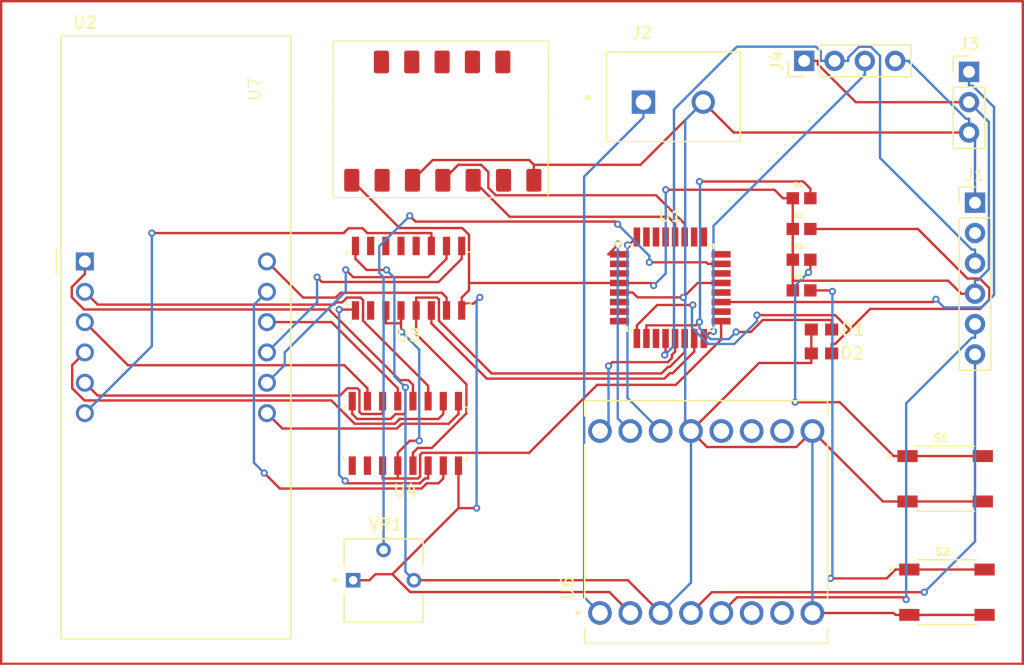
<source format=kicad_pcb>
(kicad_pcb (version 20241229) (generator "pcbnew") (generator_version "9.0")
  (layers (0 "F.Cu" signal) (2 "B.Cu" signal) (13 "F.Paste" user) (15 "B.Paste" user) (5 "F.SilkS" user "F.Silkscreen") (7 "B.SilkS" user "B.Silkscreen") (1 "F.Mask" user) (3 "B.Mask" user) (25 "Edge.Cuts" user))
  (net 0 "")
  (net 1 "Net-(U6-VM)")
  (net 2 "GND")
  (net 3 "PD3")
  (net 4 "PD2")
  (net 5 "Net-(U1-PD3)")
  (net 6 "Net-(U1-PB1)")
  (net 7 "SERPIN")
  (net 8 "VCC")
  (net 10 "Net-(U1-PD2)")
  (net 12 "PB0")
  (net 13 "Net-(U1-PD6)")
  (net 14 "SPICLK")
  (net 15 "PC0")
  (net 16 "Net-(U1-PD5)")
  (net 17 "SDA0")
  (net 21 "SPIDATA")
  (net 25 "SS")
  (net 26 "TRIG")
  (net 33 "SCL0")
  (net 35 "Net-(U2-d)")
  (net 36 "Net-(U2-CC2)")
  (net 37 "Net-(U2-b)")
  (net 38 "Net-(U2-e)")
  (net 39 "Net-(U2-c)")
  (net 40 "Net-(U2-g)")
  (net 41 "Net-(U2-CC4)")
  (net 42 "Net-(U2-CC3)")
  (net 43 "Net-(U2-CC1)")
  (net 44 "Net-(U2-a)")
  (net 45 "Net-(U2-DPX)")
  (net 46 "Net-(U2-f)")
  (net 50 "Net-(J1-Pin_5)")
  (net 53 "Net-(J1-Pin_6)")
  (net 63 "Net-(U3-Q7S)")
  (footprint "ROB-14450:MODULE_ROB-14450" (layer "F.Cu") (at 164 89.62 90)
    (property "Reference" "U6")
    (property "Value" "ROB-14450")
  )
  (footprint "RC0603JR-071KL:RESC1607X60N" (layer "F.Cu") (at 171.983 65.078)
    (property "Reference" "R2")
    (property "Value" "RC0603JR-071KL")
  )
  (footprint "BMI160:BMI160" (layer "F.Cu") (at 126.72 53.38 90)
    (property "Reference" "U7")
    (property "Value" "~")
  )
  (footprint "Connector_PinHeader_2.54mm:PinHeader_1x06_P2.54mm_Vertical" (layer "F.Cu") (at 186.5 62.88)
    (property "Reference" "J1")
    (property "Value" "Enc_Conn")
  )
  (footprint "digikey-footprints:SOIC-16_W3.90mm" (layer "F.Cu") (at 139.095 69.2 180)
    (property "Reference" "U3")
    (property "Value" "74HC595D_118")
  )
  (footprint "LTST-C193TGKT-5A:0603" (layer "F.Cu") (at 173.65 75.5)
    (property "Reference" "D2")
    (property "Value" "LTST-C193TGKT-5A")
  )
  (footprint "OSTTC020162:OST_OSTTC020162" (layer "F.Cu") (at 158.7525 54.45)
    (property "Reference" "J2")
    (property "Value" "OSTTC020162")
  )
  (footprint "Package_QFP:TQFP-32_7x7mm_P0.8mm" (layer "F.Cu") (at 161 70)
    (property "Reference" "U1")
    (property "Value" "ATmega328PB-A")
  )
  (footprint "Connector_PinHeader_2.54mm:PinHeader_1x03_P2.54mm_Vertical" (layer "F.Cu") (at 186 51.92)
    (property "Reference" "J3")
    (property "Value" "Servo_Conn")
  )
  (footprint "8-1437565-1:SW_8-1437565-1" (layer "F.Cu") (at 184 86)
    (property "Reference" "S1")
    (property "Value" "8-1437565-1")
  )
  (footprint "RC0603JR-071KL:RESC1607X60N" (layer "F.Cu") (at 171.983 62.506)
    (property "Reference" "R1")
    (property "Value" "RC0603JR-071KL")
  )
  (footprint "RC0603JR-071KL:RESC1607X60N" (layer "F.Cu") (at 171.983 67.65)
    (property "Reference" "R3")
    (property "Value" "RC0603JR-071KL")
  )
  (footprint "LTST-C193TGKT-5A:0603" (layer "F.Cu") (at 173.65 73.5)
    (property "Reference" "D1")
    (property "Value" "LTST-C193TGKT-5A")
  )
  (footprint "3362P-1-103LF:TRIM_3362P-1-103LF" (layer "F.Cu") (at 137 94.5)
    (property "Reference" "VR1")
    (property "Value" "3362P-1-103LF")
  )
  (footprint "Connector_PinHeader_2.54mm:PinHeader_1x04_P2.54mm_Vertical" (layer "F.Cu") (at 172.2 51 90)
    (property "Reference" "J4")
    (property "Value" "UR_Conn")
  )
  (footprint "8-1437565-1:SW_8-1437565-1" (layer "F.Cu") (at 184.15 95.5)
    (property "Reference" "S2")
    (property "Value" "8-1437565-1")
  )
  (footprint "RC0603JR-071KL:RESC1607X60N" (layer "F.Cu") (at 171.983 70.222)
    (property "Reference" "R4")
    (property "Value" "RC0603JR-071KL")
  )
  (footprint "digikey-footprints:SOIC-16_W3.90mm" (layer "F.Cu") (at 138.825 82.2 180)
    (property "Reference" "U4")
    (property "Value" "74HC595D_118")
  )
  (footprint "Display_7Segment:CA56-12SRWA" (layer "F.Cu") (at 112 67.8)
    (property "Reference" "U2")
    (property "Value" "CC56-12SRWA")
  )
  (gr_line (start 105 46) (end 105 101.5) (stroke (width 0.2)) (layer "F.Cu"))
  (gr_line (start 190.5 101.5) (end 105 101.5) (stroke (width 0.2)) (layer "F.Cu"))
  (gr_line (start 190.5 46) (end 190.5 101.5) (stroke (width 0.2)) (layer "F.Cu"))
  (gr_line (start 105 46) (end 190.5 46) (stroke (width 0.2)) (layer "F.Cu"))
  (segment (start 158.7525 55.7267) (end 153.7874 60.6918) (width 0.2) (layer "B.Cu") (net 1))
  (segment (start 158.7525 54.45) (end 158.7525 55.7267) (width 0.2) (layer "B.Cu") (net 1))
  (segment (start 153.7874 95.9174) (end 155.11 97.24) (width 0.2) (layer "B.Cu") (net 1))
  (segment (start 153.7874 60.6918) (end 153.7874 95.9174) (width 0.2) (layer "B.Cu") (net 1))
  (segment (start 171.5486 83.3414) (end 172.89 82) (width 0.2) (layer "F.Cu") (net 2))
  (segment (start 139.54 94.5) (end 157.45 94.5) (width 0.2) (layer "F.Cu") (net 2))
  (segment (start 172.8 73.5) (end 172.8 75.5) (width 0.2) (layer "F.Cu") (net 2))
  (segment (start 172.8 75.5) (end 172.8 76.3017) (width 0.2) (layer "F.Cu") (net 2))
  (segment (start 134.791 80.9877) (end 137.59 80.9877) (width 0.2) (layer "F.Cu") (net 2))
  (segment (start 149.58 59.7027) (end 149.1783 59.301) (width 0.2) (layer "F.Cu") (net 2))
  (segment (start 158.4998 59.7027) (end 163.7525 54.45) (width 0.2) (layer "F.Cu") (net 2))
  (segment (start 162.73 82) (end 168.4283 76.3017) (width 0.2) (layer "F.Cu") (net 2))
  (segment (start 137.9902 80.5875) (end 138.6902 80.5875) (width 0.2) (layer "F.Cu") (net 2))
  (segment (start 164.0714 83.3414) (end 171.5486 83.3414) (width 0.2) (layer "F.Cu") (net 2))
  (segment (start 134.38 80.5767) (end 134.791 80.9877) (width 0.2) (layer "F.Cu") (net 2))
  (segment (start 186 57) (end 166.3025 57) (width 0.2) (layer "F.Cu") (net 2))
  (segment (start 165.25 69.6) (end 163.2905 69.6) (width 0.2) (layer "F.Cu") (net 2))
  (segment (start 138.8322 80.4455) (end 138.8322 78.3428) (width 0.2) (layer "F.Cu") (net 2))
  (segment (start 158.2586 70.8069) (end 162.0836 70.8069) (width 0.2) (layer "F.Cu") (net 2))
  (segment (start 187.3 97.4) (end 181 97.4) (width 0.2) (layer "F.Cu") (net 2))
  (segment (start 135.5795 68.5062) (end 134.65 67.5767) (width 0.2) (layer "F.Cu") (net 2))
  (segment (start 157.8517 70.4) (end 158.2586 70.8069) (width 0.2) (layer "F.Cu") (net 2))
  (segment (start 180.85 87.9) (end 178.79 87.9) (width 0.2) (layer "F.Cu") (net 2))
  (segment (start 149.58 59.7027) (end 158.4998 59.7027) (width 0.2) (layer "F.Cu") (net 2))
  (segment (start 134.65 66.5) (end 134.65 67.5767) (width 0.2) (layer "F.Cu") (net 2))
  (segment (start 181 97.4) (end 179.8483 97.4) (width 0.2) (layer "F.Cu") (net 2))
  (segment (start 149.58 61) (end 149.58 59.7027) (width 0.2) (layer "F.Cu") (net 2))
  (segment (start 166.3025 57) (end 163.7525 54.45) (width 0.2) (layer "F.Cu") (net 2))
  (segment (start 179.6883 97.24) (end 179.8483 97.4) (width 0.2) (layer "F.Cu") (net 2))
  (segment (start 178.79 87.9) (end 172.89 82) (width 0.2) (layer "F.Cu") (net 2))
  (segment (start 137.59 80.9877) (end 137.9902 80.5875) (width 0.2) (layer "F.Cu") (net 2))
  (segment (start 149.1783 59.301) (end 141.119 59.301) (width 0.2) (layer "F.Cu") (net 2))
  (segment (start 168.4283 76.3017) (end 172.8 76.3017) (width 0.2) (layer "F.Cu") (net 2))
  (segment (start 141.119 59.301) (end 139.42 61) (width 0.2) (layer "F.Cu") (net 2))
  (segment (start 172.89 97.24) (end 179.6883 97.24) (width 0.2) (layer "F.Cu") (net 2))
  (segment (start 138.6902 80.5875) (end 138.8322 80.4455) (width 0.2) (layer "F.Cu") (net 2))
  (segment (start 163.2905 69.6) (end 162.0836 70.8069) (width 0.2) (layer "F.Cu") (net 2))
  (segment (start 156.75 70.4) (end 157.8517 70.4) (width 0.2) (layer "F.Cu") (net 2))
  (segment (start 180.85 87.9) (end 187.15 87.9) (width 0.2) (layer "F.Cu") (net 2))
  (segment (start 157.45 94.5) (end 160.19 97.24) (width 0.2) (layer "F.Cu") (net 2))
  (segment (start 137.2416 68.5062) (end 135.5795 68.5062) (width 0.2) (layer "F.Cu") (net 2))
  (segment (start 162.73 82) (end 164.0714 83.3414) (width 0.2) (layer "F.Cu") (net 2))
  (segment (start 134.38 79.5) (end 134.38 80.5767) (width 0.2) (layer "F.Cu") (net 2))
  (via (at 162.0836 70.8069) (size 0.6) (drill 0.3) (layers "F.Cu" "B.Cu") (net 2))
  (via (at 138.8322 78.3428) (size 0.6) (drill 0.3) (layers "F.Cu" "B.Cu") (net 2))
  (via (at 137.2416 68.5062) (size 0.6) (drill 0.3) (layers "F.Cu" "B.Cu") (net 2))
  (segment (start 162.2444 55.9581) (end 163.7525 54.45) (width 0.2) (layer "B.Cu") (net 2))
  (segment (start 138.8322 93.7922) (end 139.54 94.5) (width 0.2) (layer "B.Cu") (net 2))
  (segment (start 138.8322 78.3428) (end 137.9064 77.417) (width 0.2) (layer "B.Cu") (net 2))
  (segment (start 137.9064 69.171) (end 137.2416 68.5062) (width 0.2) (layer "B.Cu") (net 2))
  (segment (start 137.9064 77.417) (end 137.9064 69.171) (width 0.2) (layer "B.Cu") (net 2))
  (segment (start 185.7457 55.8483) (end 186 55.8483) (width 0.2) (layer "B.Cu") (net 2))
  (segment (start 162.0836 70.8069) (end 162.2444 70.8069) (width 0.2) (layer "B.Cu") (net 2))
  (segment (start 138.8322 78.3428) (end 138.8322 93.7922) (width 0.2) (layer "B.Cu") (net 2))
  (segment (start 180.9717 51.0743) (end 185.7457 55.8483) (width 0.2) (layer "B.Cu") (net 2))
  (segment (start 160.19 97.24) (end 162.73 94.7) (width 0.2) (layer "B.Cu") (net 2))
  (segment (start 180.9717 51) (end 180.9717 51.0743) (width 0.2) (layer "B.Cu") (net 2))
  (segment (start 186 56.4241) (end 186 55.8483) (width 0.2) (layer "B.Cu") (net 2))
  (segment (start 162.2444 70.8069) (end 162.2444 55.9581) (width 0.2) (layer "B.Cu") (net 2))
  (segment (start 186 56.4241) (end 186.5 56.9241) (width 0.2) (layer "B.Cu") (net 2))
  (segment (start 162.2444 81.5144) (end 162.73 82) (width 0.2) (layer "B.Cu") (net 2))
  (segment (start 172.89 82) (end 172.89 97.24) (width 0.2) (layer "B.Cu") (net 2))
  (segment (start 186 57) (end 186 56.4241) (width 0.2) (layer "B.Cu") (net 2))
  (segment (start 179.82 51) (end 180.9717 51) (width 0.2) (layer "B.Cu") (net 2))
  (segment (start 162.2444 70.8069) (end 162.2444 81.5144) (width 0.2) (layer "B.Cu") (net 2))
  (segment (start 186.5 56.9241) (end 186.5 62.88) (width 0.2) (layer "B.Cu") (net 2))
  (segment (start 162.73 94.7) (end 162.73 82) (width 0.2) (layer "B.Cu") (net 2))
  (segment (start 175.1845 79.5862) (end 171.4473 79.5862) (width 0.2) (layer "F.Cu") (net 3))
  (segment (start 172.5632 68.712) (end 172.718 68.5572) (width 0.2) (layer "F.Cu") (net 3))
  (segment (start 187.15 84.1) (end 180.85 84.1) (width 0.2) (layer "F.Cu") (net 3))
  (segment (start 179.6983 84.1) (end 175.1845 79.5862) (width 0.2) (layer "F.Cu") (net 3))
  (segment (start 172.718 68.5572) (end 172.718 67.65) (width 0.2) (layer "F.Cu") (net 3))
  (segment (start 180.85 84.1) (end 179.6983 84.1) (width 0.2) (layer "F.Cu") (net 3))
  (via (at 172.5632 68.712) (size 0.6) (drill 0.3) (layers "F.Cu" "B.Cu") (net 3))
  (via (at 171.4473 79.5862) (size 0.6) (drill 0.3) (layers "F.Cu" "B.Cu") (net 3))
  (segment (start 171.4473 69.8279) (end 172.5632 68.712) (width 0.2) (layer "B.Cu") (net 3))
  (segment (start 171.4473 79.5862) (end 171.4473 69.8279) (width 0.2) (layer "B.Cu") (net 3))
  (segment (start 172.718 70.222) (end 174.4811 70.222) (width 0.2) (layer "F.Cu") (net 4))
  (segment (start 187.3 93.6) (end 181 93.6) (width 0.2) (layer "F.Cu") (net 4))
  (segment (start 181 93.6) (end 179.8483 93.6) (width 0.2) (layer "F.Cu") (net 4))
  (segment (start 179.1038 94.3445) (end 179.8483 93.6) (width 0.2) (layer "F.Cu") (net 4))
  (segment (start 174.4094 94.3445) (end 179.1038 94.3445) (width 0.2) (layer "F.Cu") (net 4))
  (segment (start 174.4811 70.222) (end 174.5642 70.3051) (width 0.2) (layer "F.Cu") (net 4))
  (via (at 174.5642 70.3051) (size 0.6) (drill 0.3) (layers "F.Cu" "B.Cu") (net 4))
  (via (at 174.4094 94.3445) (size 0.6) (drill 0.3) (layers "F.Cu" "B.Cu") (net 4))
  (segment (start 174.5642 70.3051) (end 174.5642 94.1897) (width 0.2) (layer "B.Cu") (net 4))
  (segment (start 174.5642 94.1897) (end 174.4094 94.3445) (width 0.2) (layer "B.Cu") (net 4))
  (segment (start 155.8163 67.2) (end 156.601 66.4153) (width 0.2) (layer "F.Cu") (net 5))
  (segment (start 156.601 66.4153) (end 156.601 66.3482) (width 0.2) (layer "F.Cu") (net 5))
  (segment (start 156.75 67.2) (end 155.8163 67.2) (width 0.2) (layer "F.Cu") (net 5))
  (via (at 156.601 66.3482) (size 0.6) (drill 0.3) (layers "F.Cu" "B.Cu") (net 5))
  (segment (start 156.601 66.3482) (end 156.601 80.951) (width 0.2) (layer "B.Cu") (net 5))
  (segment (start 156.601 80.951) (end 157.65 82) (width 0.2) (layer "B.Cu") (net 5))
  (segment (start 156.1475 76.2335) (end 160.7826 76.2335) (width 0.2) (layer "F.Cu") (net 6))
  (segment (start 160.7826 76.2335) (end 161.1351 75.881) (width 0.2) (layer "F.Cu") (net 6))
  (segment (start 161.1351 75.6166) (end 161.4 75.3517) (width 0.2) (layer "F.Cu") (net 6))
  (segment (start 161.1351 75.881) (end 161.1351 75.6166) (width 0.2) (layer "F.Cu") (net 6))
  (segment (start 161.4 74.25) (end 161.4 75.3517) (width 0.2) (layer "F.Cu") (net 6))
  (segment (start 155.8284 76.5526) (end 156.1475 76.2335) (width 0.2) (layer "F.Cu") (net 6))
  (via (at 155.8284 76.5526) (size 0.6) (drill 0.3) (layers "F.Cu" "B.Cu") (net 6))
  (segment (start 155.11 82) (end 155.8284 81.2816) (width 0.2) (layer "B.Cu") (net 6))
  (segment (start 155.8284 81.2816) (end 155.8284 76.5526) (width 0.2) (layer "B.Cu") (net 6))
  (segment (start 183.2257 70.9641) (end 182.9898 71.2) (width 0.2) (layer "F.Cu") (net 7))
  (segment (start 182.9898 71.2) (end 166.3517 71.2) (width 0.2) (layer "F.Cu") (net 7))
  (segment (start 165.25 71.2) (end 166.3517 71.2) (width 0.2) (layer "F.Cu") (net 7))
  (via (at 183.2257 70.9641) (size 0.6) (drill 0.3) (layers "F.Cu" "B.Cu") (net 7))
  (segment (start 183.9133 71.6517) (end 183.2257 70.9641) (width 0.2) (layer "B.Cu") (net 7))
  (segment (start 186 53.0717) (end 186.2879 53.0717) (width 0.2) (layer "B.Cu") (net 7))
  (segment (start 187.0362 71.6517) (end 183.9133 71.6517) (width 0.2) (layer "B.Cu") (net 7))
  (segment (start 186.2879 53.0717) (end 188.0918 54.8756) (width 0.2) (layer "B.Cu") (net 7))
  (segment (start 188.0918 54.8756) (end 188.0918 70.5961) (width 0.2) (layer "B.Cu") (net 7))
  (segment (start 186 51.92) (end 186 53.0717) (width 0.2) (layer "B.Cu") (net 7))
  (segment (start 188.0918 70.5961) (end 187.0362 71.6517) (width 0.2) (layer "B.Cu") (net 7))
  (segment (start 184.2586 69.4103) (end 185.3483 70.5) (width 0.2) (layer "F.Cu") (net 8))
  (segment (start 171.248 62.506) (end 170.4263 62.506) (width 0.2) (layer "F.Cu") (net 8))
  (segment (start 143.27 88.4601) (end 143.27 84.9) (width 0.2) (layer "F.Cu") (net 8))
  (segment (start 171.248 67.65) (end 171.248 69.4103) (width 0.2) (layer "F.Cu") (net 8))
  (segment (start 172.2 51) (end 173.3517 51) (width 0.2) (layer "F.Cu") (net 8))
  (segment (start 173.3517 51) (end 173.3517 51.2879) (width 0.2) (layer "F.Cu") (net 8))
  (segment (start 171.248 62.506) (end 171.248 65.078) (width 0.2) (layer "F.Cu") (net 8))
  (segment (start 171.248 65.078) (end 171.248 66.8383) (width 0.2) (layer "F.Cu") (net 8))
  (segment (start 171.248 69.4103) (end 184.2586 69.4103) (width 0.2) (layer "F.Cu") (net 8))
  (segment (start 143.54 71.324) (end 143.54 70.8233) (width 0.2) (layer "F.Cu") (net 8))
  (segment (start 156.75 69.6) (end 159.381 69.6) (width 0.2) (layer "F.Cu") (net 8))
  (segment (start 173.3517 51.2879) (end 176.5238 54.46) (width 0.2) (layer "F.Cu") (net 8))
  (segment (start 169.7143 61.794) (end 170.4263 62.506) (width 0.2) (layer "F.Cu") (net 8))
  (segment (start 171.248 70.222) (end 171.248 69.4103) (width 0.2) (layer "F.Cu") (net 8))
  (segment (start 138.3402 65.0002) (end 143.5841 65.0002) (width 0.2) (layer "F.Cu") (net 8))
  (segment (start 144.1516 70.2117) (end 143.54 70.8233) (width 0.2) (layer "F.Cu") (net 8))
  (segment (start 157.65 97.24) (end 155.8971 95.4871) (width 0.2) (layer "F.Cu") (net 8))
  (segment (start 144.1516 69.6) (end 156.75 69.6) (width 0.2) (layer "F.Cu") (net 8))
  (segment (start 143.5841 65.0002) (end 144.1516 65.5677) (width 0.2) (layer "F.Cu") (net 8))
  (segment (start 143.27 88.4601) (end 144.7884 88.4601) (width 0.2) (layer "F.Cu") (net 8))
  (segment (start 186.5 70.5) (end 185.3483 70.5) (width 0.2) (layer "F.Cu") (net 8))
  (segment (start 155.8971 95.4871) (end 139.2263 95.4871) (width 0.2) (layer "F.Cu") (net 8))
  (segment (start 136.314 93.9954) (end 135.8094 94.5) (width 0.2) (layer "F.Cu") (net 8))
  (segment (start 176.5238 54.46) (end 186 54.46) (width 0.2) (layer "F.Cu") (net 8))
  (segment (start 135.8094 94.5) (end 134.46 94.5) (width 0.2) (layer "F.Cu") (net 8))
  (segment (start 143.54 71.9) (end 143.54 71.324) (width 0.2) (layer "F.Cu") (net 8))
  (segment (start 139.2263 95.4871) (end 137.7347 93.9954) (width 0.2) (layer "F.Cu") (net 8))
  (segment (start 144.5376 71.324) (end 143.54 71.324) (width 0.2) (layer "F.Cu") (net 8))
  (segment (start 134.34 61) (end 138.3402 65.0002) (width 0.2) (layer "F.Cu") (net 8))
  (segment (start 137.7347 93.9954) (end 137.7346 93.9954) (width 0.2) (layer "F.Cu") (net 8))
  (segment (start 145.0547 70.8069) (end 144.5376 71.324) (width 0.2) (layer "F.Cu") (net 8))
  (segment (start 159.381 69.6) (end 159.5989 69.8179) (width 0.2) (layer "F.Cu") (net 8))
  (segment (start 171.248 67.65) (end 171.248 66.8383) (width 0.2) (layer "F.Cu") (net 8))
  (segment (start 137.7346 93.9954) (end 136.314 93.9954) (width 0.2) (layer "F.Cu") (net 8))
  (segment (start 144.1516 65.5677) (end 144.1516 69.6) (width 0.2) (layer "F.Cu") (net 8))
  (segment (start 144.1516 69.6) (end 144.1516 70.2117) (width 0.2) (layer "F.Cu") (net 8))
  (segment (start 160.6179 61.794) (end 169.7143 61.794) (width 0.2) (layer "F.Cu") (net 8))
  (segment (start 137.7347 93.9954) (end 143.27 88.4601) (width 0.2) (layer "F.Cu") (net 8))
  (via (at 159.5989 69.8179) (size 0.6) (drill 0.3) (layers "F.Cu" "B.Cu") (net 8))
  (via (at 160.6179 61.794) (size 0.6) (drill 0.3) (layers "F.Cu" "B.Cu") (net 8))
  (via (at 145.0547 70.8069) (size 0.6) (drill 0.3) (layers "F.Cu" "B.Cu") (net 8))
  (via (at 144.7884 88.4601) (size 0.6) (drill 0.3) (layers "F.Cu" "B.Cu") (net 8))
  (segment (start 187.6597 68.4551) (end 186.7665 69.3483) (width 0.2) (layer "B.Cu") (net 8))
  (segment (start 186 54.46) (end 187.6597 56.1197) (width 0.2) (layer "B.Cu") (net 8))
  (segment (start 186.5 70.5) (end 186.5 69.3483) (width 0.2) (layer "B.Cu") (net 8))
  (segment (start 144.7884 71.0732) (end 145.0547 70.8069) (width 0.2) (layer "B.Cu") (net 8))
  (segment (start 160.6179 68.7989) (end 160.6179 61.794) (width 0.2) (layer "B.Cu") (net 8))
  (segment (start 187.6597 56.1197) (end 187.6597 68.4551) (width 0.2) (layer "B.Cu") (net 8))
  (segment (start 186.7665 69.3483) (end 186.5 69.3483) (width 0.2) (layer "B.Cu") (net 8))
  (segment (start 144.7884 88.4601) (end 144.7884 71.0732) (width 0.2) (layer "B.Cu") (net 8))
  (segment (start 159.5989 69.8179) (end 160.6179 68.7989) (width 0.2) (layer "B.Cu") (net 8))
  (segment (start 157.413 66.4209) (end 157.5291 66.4209) (width 0.2) (layer "F.Cu") (net 10))
  (segment (start 157.5291 66.4209) (end 158.2 65.75) (width 0.2) (layer "F.Cu") (net 10))
  (via (at 157.413 66.4209) (size 0.6) (drill 0.3) (layers "F.Cu" "B.Cu") (net 10))
  (segment (start 157.413 79.223) (end 157.413 66.4209) (width 0.2) (layer "B.Cu") (net 10))
  (segment (start 160.19 82) (end 157.413 79.223) (width 0.2) (layer "B.Cu") (net 10))
  (segment (start 160.5334 75.6318) (end 160.6 75.5652) (width 0.2) (layer "F.Cu") (net 12))
  (segment (start 160.6 75.5652) (end 160.6 74.25) (width 0.2) (layer "F.Cu") (net 12))
  (via (at 160.5334 75.6318) (size 0.6) (drill 0.3) (layers "F.Cu" "B.Cu") (net 12))
  (segment (start 173.5883 51) (end 173.5883 50.2082) (width 0.2) (layer "B.Cu") (net 12))
  (segment (start 161.3063 55.0705) (end 161.3063 74.8589) (width 0.2) (layer "B.Cu") (net 12))
  (segment (start 186.2315 66.8083) (end 186.5 66.8083) (width 0.2) (layer "B.Cu") (net 12))
  (segment (start 176.7897 49.8141) (end 177.7838 49.8141) (width 0.2) (layer "B.Cu") (net 12))
  (segment (start 161.3063 74.8589) (end 160.5334 75.6318) (width 0.2) (layer "B.Cu") (net 12))
  (segment (start 173.5883 50.2082) (end 173.1896 49.8095) (width 0.2) (layer "B.Cu") (net 12))
  (segment (start 173.1896 49.8095) (end 166.5673 49.8095) (width 0.2) (layer "B.Cu") (net 12))
  (segment (start 175.8917 50.7121) (end 176.7897 49.8141) (width 0.2) (layer "B.Cu") (net 12))
  (segment (start 174.74 51) (end 173.5883 51) (width 0.2) (layer "B.Cu") (net 12))
  (segment (start 175.8917 51) (end 175.8917 50.7121) (width 0.2) (layer "B.Cu") (net 12))
  (segment (start 186.5 67.96) (end 186.5 66.8083) (width 0.2) (layer "B.Cu") (net 12))
  (segment (start 178.55 50.5803) (end 178.55 59.1268) (width 0.2) (layer "B.Cu") (net 12))
  (segment (start 177.7838 49.8141) (end 178.55 50.5803) (width 0.2) (layer "B.Cu") (net 12))
  (segment (start 174.74 51) (end 175.8917 51) (width 0.2) (layer "B.Cu") (net 12))
  (segment (start 178.55 59.1268) (end 186.2315 66.8083) (width 0.2) (layer "B.Cu") (net 12))
  (segment (start 166.5673 49.8095) (end 161.3063 55.0705) (width 0.2) (layer "B.Cu") (net 12))
  (segment (start 168.7421 72.6983) (end 167.7391 73.7013) (width 0.2) (layer "F.Cu") (net 13))
  (segment (start 159 73.1483) (end 163.1517 73.1483) (width 0.2) (layer "F.Cu") (net 13))
  (segment (start 172.718 61.6943) (end 172.1253 61.1016) (width 0.2) (layer "F.Cu") (net 13))
  (segment (start 159 74.25) (end 159 73.1483) (width 0.2) (layer "F.Cu") (net 13))
  (segment (start 172.1253 61.1016) (end 163.436 61.1016) (width 0.2) (layer "F.Cu") (net 13))
  (segment (start 167.7391 73.7013) (end 166.5018 73.7013) (width 0.2) (layer "F.Cu") (net 13))
  (segment (start 174.5 73.5) (end 174.5 72.6983) (width 0.2) (layer "F.Cu") (net 13))
  (segment (start 163.1517 73.1483) (end 163.436 72.864) (width 0.2) (layer "F.Cu") (net 13))
  (segment (start 166.5018 73.7013) (end 166.3901 73.7013) (width 0.2) (layer "F.Cu") (net 13))
  (segment (start 174.5 72.6983) (end 168.7421 72.6983) (width 0.2) (layer "F.Cu") (net 13))
  (segment (start 166.3901 73.7013) (end 166.5018 73.7013) (width 0.2) (layer "F.Cu") (net 13))
  (segment (start 172.718 62.506) (end 172.718 61.6943) (width 0.2) (layer "F.Cu") (net 13))
  (via (at 166.5018 73.7013) (size 0.6) (drill 0.3) (layers "F.Cu" "B.Cu") (net 13))
  (via (at 163.436 72.864) (size 0.6) (drill 0.3) (layers "F.Cu" "B.Cu") (net 13))
  (via (at 163.436 61.1016) (size 0.6) (drill 0.3) (layers "F.Cu" "B.Cu") (net 13))
  (segment (start 163.4839 72.8161) (end 163.436 72.864) (width 0.2) (layer "B.Cu") (net 13))
  (segment (start 166.5018 73.7013) (end 166.3901 73.7013) (width 0.2) (layer "B.Cu") (net 13))
  (segment (start 166.5018 73.7013) (end 165.8995 74.3036) (width 0.2) (layer "B.Cu") (net 13))
  (segment (start 163.4839 61.1495) (end 163.4839 72.8161) (width 0.2) (layer "B.Cu") (net 13))
  (segment (start 164.3543 74.3036) (end 163.436 73.3853) (width 0.2) (layer "B.Cu") (net 13))
  (segment (start 163.436 73.3853) (end 163.436 72.864) (width 0.2) (layer "B.Cu") (net 13))
  (segment (start 165.8995 74.3036) (end 164.3543 74.3036) (width 0.2) (layer "B.Cu") (net 13))
  (segment (start 166.3901 73.7013) (end 166.5018 73.7013) (width 0.2) (layer "B.Cu") (net 13))
  (segment (start 163.436 61.1016) (end 163.4839 61.1495) (width 0.2) (layer "B.Cu") (net 13))
  (segment (start 136.92 84.9) (end 136.92 85.9767) (width 0.2) (layer "F.Cu") (net 14))
  (segment (start 138.19 85.3375) (end 138.19 84.9) (width 0.2) (layer "F.Cu") (net 14))
  (segment (start 140.2298 83.8233) (end 149.1877 83.8233) (width 0.2) (layer "F.Cu") (net 14))
  (segment (start 138.19 84.9) (end 138.19 83.8233) (width 0.2) (layer "F.Cu") (net 14))
  (segment (start 138.19 83.8233) (end 139.1964 82.8169) (width 0.2) (layer "F.Cu") (net 14))
  (segment (start 137.19 71.9) (end 137.19 72.9767) (width 0.2) (layer "F.Cu") (net 14))
  (segment (start 139.885 85.9767) (end 140.0617 85.8) (width 0.2) (layer "F.Cu") (net 14))
  (segment (start 140.0617 85.8) (end 140.0617 83.9914) (width 0.2) (layer "F.Cu") (net 14))
  (segment (start 161.4624 78.1314) (end 165.25 74.3438) (width 0.2) (layer "F.Cu") (net 14))
  (segment (start 138.46 71.9) (end 138.46 72.9767) (width 0.2) (layer "F.Cu") (net 14))
  (segment (start 165.25 74.3438) (end 165.25 72.8) (width 0.2) (layer "F.Cu") (net 14))
  (segment (start 138.46 73.651) (end 138.46 72.9767) (width 0.2) (layer "F.Cu") (net 14))
  (segment (start 138.5082 73.6992) (end 138.46 73.651) (width 0.2) (layer "F.Cu") (net 14))
  (segment (start 154.8796 78.1314) (end 161.4624 78.1314) (width 0.2) (layer "F.Cu") (net 14))
  (segment (start 149.1877 83.8233) (end 154.8796 78.1314) (width 0.2) (layer "F.Cu") (net 14))
  (segment (start 139.1964 82.8169) (end 139.9859 82.8169) (width 0.2) (layer "F.Cu") (net 14))
  (segment (start 138.19 85.3375) (end 138.19 85.9767) (width 0.2) (layer "F.Cu") (net 14))
  (segment (start 140.0617 83.9914) (end 140.2298 83.8233) (width 0.2) (layer "F.Cu") (net 14))
  (segment (start 136.92 85.9767) (end 138.19 85.9767) (width 0.2) (layer "F.Cu") (net 14))
  (segment (start 138.19 85.9767) (end 139.885 85.9767) (width 0.2) (layer "F.Cu") (net 14))
  (segment (start 138.46 72.9767) (end 137.19 72.9767) (width 0.2) (layer "F.Cu") (net 14))
  (via (at 138.5082 73.6992) (size 0.6) (drill 0.3) (layers "F.Cu" "B.Cu") (net 14))
  (via (at 139.9859 82.8169) (size 0.6) (drill 0.3) (layers "F.Cu" "B.Cu") (net 14))
  (segment (start 139.9859 82.8169) (end 139.9859 75.1769) (width 0.2) (layer "B.Cu") (net 14))
  (segment (start 139.9859 75.1769) (end 138.5082 73.6992) (width 0.2) (layer "B.Cu") (net 14))
  (segment (start 156.5924 64.6796) (end 156.37 64.4572) (width 0.2) (layer "F.Cu") (net 15))
  (segment (start 156.37 64.4572) (end 139.6741 64.4572) (width 0.2) (layer "F.Cu") (net 15))
  (segment (start 164.1483 68) (end 164.0189 67.8706) (width 0.2) (layer "F.Cu") (net 15))
  (segment (start 165.25 68) (end 164.1483 68) (width 0.2) (layer "F.Cu") (net 15))
  (segment (start 139.6741 64.4572) (end 139.1919 63.975) (width 0.2) (layer "F.Cu") (net 15))
  (segment (start 164.0189 67.8706) (end 159.2456 67.8706) (width 0.2) (layer "F.Cu") (net 15))
  (via (at 159.2456 67.8706) (size 0.6) (drill 0.3) (layers "F.Cu" "B.Cu") (net 15))
  (via (at 139.1919 63.975) (size 0.6) (drill 0.3) (layers "F.Cu" "B.Cu") (net 15))
  (via (at 156.5924 64.6796) (size 0.6) (drill 0.3) (layers "F.Cu" "B.Cu") (net 15))
  (segment (start 136.6399 68.7553) (end 136.9999 69.1153) (width 0.2) (layer "B.Cu") (net 15))
  (segment (start 159.2456 67.8706) (end 159.2456 67.3328) (width 0.2) (layer "B.Cu") (net 15))
  (segment (start 159.2456 67.3328) (end 156.5924 64.6796) (width 0.2) (layer "B.Cu") (net 15))
  (segment (start 136.6399 66.527) (end 136.6399 68.7553) (width 0.2) (layer "B.Cu") (net 15))
  (segment (start 137 69.1153) (end 137 91.96) (width 0.2) (layer "B.Cu") (net 15))
  (segment (start 139.1919 63.975) (end 136.6399 66.527) (width 0.2) (layer "B.Cu") (net 15))
  (segment (start 136.9999 69.1153) (end 137 69.1153) (width 0.2) (layer "B.Cu") (net 15))
  (segment (start 187.6963 71.0028) (end 186.9291 71.77) (width 0.2) (layer "F.Cu") (net 16))
  (segment (start 174.5 75.5) (end 174.5 74.6983) (width 0.2) (layer "F.Cu") (net 16))
  (segment (start 158.2 73.1483) (end 159.9075 71.4408) (width 0.2) (layer "F.Cu") (net 16))
  (segment (start 185.87 69.23) (end 186.8925 69.23) (width 0.2) (layer "F.Cu") (net 16))
  (segment (start 181.718 65.078) (end 185.87 69.23) (width 0.2) (layer "F.Cu") (net 16))
  (segment (start 172.718 65.078) (end 181.718 65.078) (width 0.2) (layer "F.Cu") (net 16))
  (segment (start 162.8822 71.4408) (end 162.8467 71.4763) (width 0.2) (layer "F.Cu") (net 16))
  (segment (start 175.9989 73.5) (end 174.8006 74.6983) (width 0.2) (layer "F.Cu") (net 16))
  (segment (start 175.9989 73.5) (end 174.7955 72.2966) (width 0.2) (layer "F.Cu") (net 16))
  (segment (start 177.7289 71.77) (end 175.9989 73.5) (width 0.2) (layer "F.Cu") (net 16))
  (segment (start 186.9291 71.77) (end 177.7289 71.77) (width 0.2) (layer "F.Cu") (net 16))
  (segment (start 174.7955 72.2966) (end 168.2488 72.2966) (width 0.2) (layer "F.Cu") (net 16))
  (segment (start 162.8467 71.4763) (end 162.8822 71.4408) (width 0.2) (layer "F.Cu") (net 16))
  (segment (start 187.6963 70.0338) (end 187.6963 71.0028) (width 0.2) (layer "F.Cu") (net 16))
  (segment (start 159.9075 71.4408) (end 162.8822 71.4408) (width 0.2) (layer "F.Cu") (net 16))
  (segment (start 186.8925 69.23) (end 187.6963 70.0338) (width 0.2) (layer "F.Cu") (net 16))
  (segment (start 174.8006 74.6983) (end 174.5 74.6983) (width 0.2) (layer "F.Cu") (net 16))
  (segment (start 158.2 74.25) (end 158.2 73.1483) (width 0.2) (layer "F.Cu") (net 16))
  (via (at 162.8822 71.4408) (size 0.6) (drill 0.3) (layers "F.Cu" "B.Cu") (net 16))
  (via (at 168.2488 72.2966) (size 0.6) (drill 0.3) (layers "F.Cu" "B.Cu") (net 16))
  (segment (start 162.8112 71.5118) (end 162.8112 73.3494) (width 0.2) (layer "B.Cu") (net 16))
  (segment (start 162.8112 73.3494) (end 164.1671 74.7053) (width 0.2) (layer "B.Cu") (net 16))
  (segment (start 164.1671 74.7053) (end 166.3487 74.7053) (width 0.2) (layer "B.Cu") (net 16))
  (segment (start 162.8822 71.4408) (end 162.8112 71.5118) (width 0.2) (layer "B.Cu") (net 16))
  (segment (start 166.3487 74.7053) (end 168.2488 72.8052) (width 0.2) (layer "B.Cu") (net 16))
  (segment (start 168.2488 72.8052) (end 168.2488 72.2966) (width 0.2) (layer "B.Cu") (net 16))
  (segment (start 147.5555 64.0555) (end 144.5 61) (width 0.2) (layer "F.Cu") (net 17))
  (segment (start 161.4 64.6483) (end 160.8072 64.0555) (width 0.2) (layer "F.Cu") (net 17))
  (segment (start 161.4 65.75) (end 161.4 64.6483) (width 0.2) (layer "F.Cu") (net 17))
  (segment (start 160.8072 64.0555) (end 147.5555 64.0555) (width 0.2) (layer "F.Cu") (net 17))
  (segment (start 141 72.9767) (end 145.6353 77.612) (width 0.2) (layer "F.Cu") (net 21))
  (segment (start 160.5077 77.612) (end 160.8764 77.2433) (width 0.2) (layer "F.Cu") (net 21))
  (segment (start 145.6353 77.612) (end 160.5077 77.612) (width 0.2) (layer "F.Cu") (net 21))
  (segment (start 161.19 77.1617) (end 163 75.3517) (width 0.2) (layer "F.Cu") (net 21))
  (segment (start 160.958 77.1617) (end 161.19 77.1617) (width 0.2) (layer "F.Cu") (net 21))
  (segment (start 141 71.9) (end 141 72.9767) (width 0.2) (layer "F.Cu") (net 21))
  (segment (start 160.8764 77.2433) (end 160.958 77.1617) (width 0.2) (layer "F.Cu") (net 21))
  (segment (start 163 74.25) (end 163 75.3517) (width 0.2) (layer "F.Cu") (net 21))
  (segment (start 160.8764 77.2433) (end 160.958 77.1617) (width 0.2) (layer "F.Cu") (net 21))
  (segment (start 141.4795 70.8233) (end 141.635 70.9788) (width 0.2) (layer "F.Cu") (net 25))
  (segment (start 160.8005 76.6352) (end 160.9489 76.6352) (width 0.2) (layer "F.Cu") (net 25))
  (segment (start 141.0392 83.4186) (end 143.935 80.5228) (width 0.2) (layer "F.Cu") (net 25))
  (segment (start 141.635 70.9788) (end 141.635 72.7667) (width 0.2) (layer "F.Cu") (net 25))
  (segment (start 143.935 80.5228) (end 143.935 78.0864) (width 0.2) (layer "F.Cu") (net 25))
  (segment (start 160.9489 76.6352) (end 162.2 75.3841) (width 0.2) (layer "F.Cu") (net 25))
  (segment (start 146.0462 77.1779) (end 160.2578 77.1779) (width 0.2) (layer "F.Cu") (net 25))
  (segment (start 141.635 72.7667) (end 146.0462 77.1779) (width 0.2) (layer "F.Cu") (net 25))
  (segment (start 143.935 78.0864) (end 139.73 73.8814) (width 0.2) (layer "F.Cu") (net 25))
  (segment (start 162.2 74.25) (end 162.2 75.3517) (width 0.2) (layer "F.Cu") (net 25))
  (segment (start 139.73 70.8233) (end 141.4795 70.8233) (width 0.2) (layer "F.Cu") (net 25))
  (segment (start 160.2578 77.1779) (end 160.8005 76.6352) (width 0.2) (layer "F.Cu") (net 25))
  (segment (start 162.2 75.3841) (end 162.2 75.3517) (width 0.2) (layer "F.Cu") (net 25))
  (segment (start 139.46 83.8233) (end 139.8647 83.4186) (width 0.2) (layer "F.Cu") (net 25))
  (segment (start 139.73 73.8814) (end 139.73 71.9) (width 0.2) (layer "F.Cu") (net 25))
  (segment (start 139.8647 83.4186) (end 141.0392 83.4186) (width 0.2) (layer "F.Cu") (net 25))
  (segment (start 139.46 84.9) (end 139.46 83.8233) (width 0.2) (layer "F.Cu") (net 25))
  (segment (start 139.73 71.9) (end 139.73 70.8233) (width 0.2) (layer "F.Cu") (net 25))
  (segment (start 164.3906 73.6594) (end 163.8 74.25) (width 0.2) (layer "F.Cu") (net 26))
  (segment (start 164.6125 73.6594) (end 164.3906 73.6594) (width 0.2) (layer "F.Cu") (net 26))
  (via (at 164.6125 73.6594) (size 0.6) (drill 0.3) (layers "F.Cu" "B.Cu") (net 26))
  (segment (start 177.28 51) (end 177.28 52.1517) (width 0.2) (layer "B.Cu") (net 26))
  (segment (start 177.28 52.1517) (end 164.6125 64.8192) (width 0.2) (layer "B.Cu") (net 26))
  (segment (start 164.6125 64.8192) (end 164.6125 73.6594) (width 0.2) (layer "B.Cu") (net 26))
  (segment (start 162.2 65.75) (end 162.2 64.6483) (width 0.2) (layer "F.Cu") (net 33))
  (segment (start 145.1666 59.7027) (end 143.2573 59.7027) (width 0.2) (layer "F.Cu") (net 33))
  (segment (start 146.3913 62.2549) (end 145.77 61.6336) (width 0.2) (layer "F.Cu") (net 33))
  (segment (start 145.77 60.3061) (end 145.1666 59.7027) (width 0.2) (layer "F.Cu") (net 33))
  (segment (start 159.8066 62.2549) (end 146.3913 62.2549) (width 0.2) (layer "F.Cu") (net 33))
  (segment (start 145.77 61.6336) (end 145.77 60.3061) (width 0.2) (layer "F.Cu") (net 33))
  (segment (start 143.2573 59.7027) (end 141.96 61) (width 0.2) (layer "F.Cu") (net 33))
  (segment (start 162.2 64.6483) (end 159.8066 62.2549) (width 0.2) (layer "F.Cu") (net 33))
  (segment (start 113.0732 71.4132) (end 112 70.34) (width 0.2) (layer "F.Cu") (net 35))
  (segment (start 133.0339 71.2252) (end 132.8459 71.4132) (width 0.2) (layer "F.Cu") (net 35))
  (segment (start 132.8459 71.4132) (end 113.0732 71.4132) (width 0.2) (layer "F.Cu") (net 35))
  (segment (start 133.537 71.2252) (end 133.0339 71.2252) (width 0.2) (layer "F.Cu") (net 35))
  (segment (start 140.73 79.5) (end 140.73 78.2117) (width 0.2) (layer "F.Cu") (net 35))
  (segment (start 135.0775 70.8233) (end 133.9389 70.8233) (width 0.2) (layer "F.Cu") (net 35))
  (segment (start 133.9389 70.8233) (end 133.537 71.2252) (width 0.2) (layer "F.Cu") (net 35))
  (segment (start 135.285 72.7667) (end 135.285 71.0308) (width 0.2) (layer "F.Cu") (net 35))
  (segment (start 135.285 71.0308) (end 135.0775 70.8233) (width 0.2) (layer "F.Cu") (net 35))
  (segment (start 140.73 78.2117) (end 135.285 72.7667) (width 0.2) (layer "F.Cu") (net 35))
  (segment (start 143.54 66.5) (end 143.54 67.5767) (width 0.2) (layer "F.Cu") (net 36))
  (segment (start 131.8392 69.5158) (end 141.6009 69.5158) (width 0.2) (layer "F.Cu") (net 36))
  (segment (start 131.4363 69.1129) (end 131.8392 69.5158) (width 0.2) (layer "F.Cu") (net 36))
  (segment (start 141.6009 69.5158) (end 143.54 67.5767) (width 0.2) (layer "F.Cu") (net 36))
  (via (at 131.4363 69.1129) (size 0.6) (drill 0.3) (layers "F.Cu" "B.Cu") (net 36))
  (segment (start 131.4363 71.2237) (end 127.24 75.42) (width 0.2) (layer "B.Cu") (net 36))
  (segment (start 131.4363 69.1129) (end 131.4363 71.2237) (width 0.2) (layer "B.Cu") (net 36))
  (segment (start 138.3582 81.5557) (end 138.523 81.3909) (width 0.2) (layer "F.Cu") (net 37))
  (segment (start 142.4558 81.3909) (end 143.27 80.5767) (width 0.2) (layer "F.Cu") (net 37))
  (segment (start 138.1228 81.7911) (end 138.3582 81.5557) (width 0.2) (layer "F.Cu") (net 37))
  (segment (start 138.523 81.3909) (end 142.4558 81.3909) (width 0.2) (layer "F.Cu") (net 37))
  (segment (start 143.27 79.5) (end 143.27 80.5767) (width 0.2) (layer "F.Cu") (net 37))
  (segment (start 138.3582 81.5557) (end 138.523 81.3909) (width 0.2) (layer "F.Cu") (net 37))
  (segment (start 127.24 80.5) (end 128.5311 81.7911) (width 0.2) (layer "F.Cu") (net 37))
  (segment (start 128.5311 81.7911) (end 138.1228 81.7911) (width 0.2) (layer "F.Cu") (net 37))
  (segment (start 139.46 78.1197) (end 139.46 78.4233) (width 0.2) (layer "F.Cu") (net 38))
  (segment (start 112 67.8) (end 112 68.8517) (width 0.2) (layer "F.Cu") (net 38))
  (segment (start 112 68.8517) (end 110.9084 69.9433) (width 0.2) (layer "F.Cu") (net 38))
  (segment (start 139.46 79.5) (end 139.46 78.4233) (width 0.2) (layer "F.Cu") (net 38))
  (segment (start 132.4269 71.8216) (end 138.3464 77.7411) (width 0.2) (layer "F.Cu") (net 38))
  (segment (start 138.3464 77.7411) (end 139.0814 77.7411) (width 0.2) (layer "F.Cu") (net 38))
  (segment (start 110.9084 69.9433) (end 110.9084 70.7957) (width 0.2) (layer "F.Cu") (net 38))
  (segment (start 111.9343 71.8216) (end 132.4269 71.8216) (width 0.2) (layer "F.Cu") (net 38))
  (segment (start 139.0814 77.7411) (end 139.46 78.1197) (width 0.2) (layer "F.Cu") (net 38))
  (segment (start 110.9084 70.7957) (end 111.9343 71.8216) (width 0.2) (layer "F.Cu") (net 38))
  (segment (start 141.5875 80.9892) (end 142 80.5767) (width 0.2) (layer "F.Cu") (net 39))
  (segment (start 134.5817 81.3894) (end 137.9565 81.3894) (width 0.2) (layer "F.Cu") (net 39))
  (segment (start 142 79.5) (end 142 80.5767) (width 0.2) (layer "F.Cu") (net 39))
  (segment (start 138.1919 81.154) (end 138.3567 80.9892) (width 0.2) (layer "F.Cu") (net 39))
  (segment (start 110.9418 76.4782) (end 110.9418 78.4177) (width 0.2) (layer "F.Cu") (net 39))
  (segment (start 138.3567 80.9892) (end 141.5875 80.9892) (width 0.2) (layer "F.Cu") (net 39))
  (segment (start 138.1919 81.154) (end 138.3567 80.9892) (width 0.2) (layer "F.Cu") (net 39))
  (segment (start 132.6323 79.44) (end 134.5817 81.3894) (width 0.2) (layer "F.Cu") (net 39))
  (segment (start 110.9418 78.4177) (end 111.9641 79.44) (width 0.2) (layer "F.Cu") (net 39))
  (segment (start 111.9641 79.44) (end 132.6323 79.44) (width 0.2) (layer "F.Cu") (net 39))
  (segment (start 137.9565 81.3894) (end 138.1919 81.154) (width 0.2) (layer "F.Cu") (net 39))
  (segment (start 112 75.42) (end 110.9418 76.4782) (width 0.2) (layer "F.Cu") (net 39))
  (segment (start 134.9817 78.6) (end 134.805 78.4233) (width 0.2) (layer "F.Cu") (net 40))
  (segment (start 134.9817 80.4002) (end 134.9817 78.6) (width 0.2) (layer "F.Cu") (net 40))
  (segment (start 135.1582 80.5767) (end 134.9817 80.4002) (width 0.2) (layer "F.Cu") (net 40))
  (segment (start 133.955 78.4233) (end 133.3478 79.0305) (width 0.2) (layer "F.Cu") (net 40))
  (segment (start 133.3478 79.0305) (end 113.0705 79.0305) (width 0.2) (layer "F.Cu") (net 40))
  (segment (start 136.92 80.5767) (end 135.1582 80.5767) (width 0.2) (layer "F.Cu") (net 40))
  (segment (start 134.805 78.4233) (end 133.955 78.4233) (width 0.2) (layer "F.Cu") (net 40))
  (segment (start 136.92 79.5) (end 136.92 80.5767) (width 0.2) (layer "F.Cu") (net 40))
  (segment (start 113.0705 79.0305) (end 112 77.96) (width 0.2) (layer "F.Cu") (net 40))
  (segment (start 141 66.5) (end 141 65.4233) (width 0.2) (layer "F.Cu") (net 41))
  (segment (start 135.2413 65.0216) (end 134.0587 65.0216) (width 0.2) (layer "F.Cu") (net 41))
  (segment (start 133.8233 65.257) (end 133.657 65.4233) (width 0.2) (layer "F.Cu") (net 41))
  (segment (start 133.657 65.4233) (end 117.6088 65.4233) (width 0.2) (layer "F.Cu") (net 41))
  (segment (start 141 65.4233) (end 135.643 65.4233) (width 0.2) (layer "F.Cu") (net 41))
  (segment (start 133.8233 65.257) (end 133.657 65.4233) (width 0.2) (layer "F.Cu") (net 41))
  (segment (start 134.0587 65.0216) (end 133.8233 65.257) (width 0.2) (layer "F.Cu") (net 41))
  (segment (start 135.643 65.4233) (end 135.2413 65.0216) (width 0.2) (layer "F.Cu") (net 41))
  (via (at 117.6088 65.4233) (size 0.6) (drill 0.3) (layers "F.Cu" "B.Cu") (net 41))
  (segment (start 112 80.5) (end 117.6088 74.8912) (width 0.2) (layer "B.Cu") (net 41))
  (segment (start 117.6088 74.8912) (end 117.6088 65.4233) (width 0.2) (layer "B.Cu") (net 41))
  (segment (start 142.27 66.5) (end 142.27 67.5767) (width 0.2) (layer "F.Cu") (net 42))
  (segment (start 142.27 67.5767) (end 140.7326 69.1141) (width 0.2) (layer "F.Cu") (net 42))
  (segment (start 134.4541 69.1141) (end 133.8371 68.4971) (width 0.2) (layer "F.Cu") (net 42))
  (segment (start 140.7326 69.1141) (end 134.4541 69.1141) (width 0.2) (layer "F.Cu") (net 42))
  (via (at 133.8371 68.4971) (size 0.6) (drill 0.3) (layers "F.Cu" "B.Cu") (net 42))
  (segment (start 128.7298 76.4702) (end 127.24 77.96) (width 0.2) (layer "B.Cu") (net 42))
  (segment (start 133.8371 70.3081) (end 128.7298 75.4154) (width 0.2) (layer "B.Cu") (net 42))
  (segment (start 128.7298 75.4154) (end 128.7298 76.4702) (width 0.2) (layer "B.Cu") (net 42))
  (segment (start 133.8371 68.4971) (end 133.8371 70.3081) (width 0.2) (layer "B.Cu") (net 42))
  (segment (start 127.24 67.8) (end 130.2633 70.8233) (width 0.2) (layer "F.Cu") (net 43))
  (segment (start 133.1703 70.657) (end 133.004 70.8233) (width 0.2) (layer "F.Cu") (net 43))
  (segment (start 142.27 70.8233) (end 141.8683 70.4216) (width 0.2) (layer "F.Cu") (net 43))
  (segment (start 142.27 71.9) (end 142.27 70.8233) (width 0.2) (layer "F.Cu") (net 43))
  (segment (start 133.4057 70.4216) (end 133.1703 70.657) (width 0.2) (layer "F.Cu") (net 43))
  (segment (start 130.2633 70.8233) (end 133.004 70.8233) (width 0.2) (layer "F.Cu") (net 43))
  (segment (start 141.8683 70.4216) (end 133.4057 70.4216) (width 0.2) (layer "F.Cu") (net 43))
  (segment (start 133.1703 70.657) (end 133.004 70.8233) (width 0.2) (layer "F.Cu") (net 43))
  (segment (start 140.6172 86.3805) (end 141.5962 86.3805) (width 0.2) (layer "F.Cu") (net 44))
  (segment (start 141.5962 86.3805) (end 142 85.9767) (width 0.2) (layer "F.Cu") (net 44))
  (segment (start 140.1796 86.8181) (end 140.453 86.5447) (width 0.2) (layer "F.Cu") (net 44))
  (segment (start 140.453 86.5447) (end 140.6172 86.3805) (width 0.2) (layer "F.Cu") (net 44))
  (segment (start 142 84.9) (end 142 85.9767) (width 0.2) (layer "F.Cu") (net 44))
  (segment (start 127.0158 85.5179) (end 128.316 86.8181) (width 0.2) (layer "F.Cu") (net 44))
  (segment (start 140.453 86.5447) (end 140.6172 86.3805) (width 0.2) (layer "F.Cu") (net 44))
  (segment (start 128.316 86.8181) (end 140.1796 86.8181) (width 0.2) (layer "F.Cu") (net 44))
  (via (at 127.0158 85.5179) (size 0.6) (drill 0.3) (layers "F.Cu" "B.Cu") (net 44))
  (segment (start 126.1511 84.6532) (end 127.0158 85.5179) (width 0.2) (layer "B.Cu") (net 44))
  (segment (start 126.1511 71.4289) (end 126.1511 84.6532) (width 0.2) (layer "B.Cu") (net 44))
  (segment (start 127.24 70.34) (end 126.1511 71.4289) (width 0.2) (layer "B.Cu") (net 44))
  (segment (start 135.65 79.5) (end 135.65 78.4233) (width 0.2) (layer "F.Cu") (net 45))
  (segment (start 115.6085 76.4885) (end 112 72.88) (width 0.2) (layer "F.Cu") (net 45))
  (segment (start 133.7152 76.4885) (end 115.6085 76.4885) (width 0.2) (layer "F.Cu") (net 45))
  (segment (start 135.65 78.4233) (end 133.7152 76.4885) (width 0.2) (layer "F.Cu") (net 45))
  (segment (start 138.19 79.5) (end 138.19 78.4233) (width 0.2) (layer "F.Cu") (net 46))
  (segment (start 127.24 72.88) (end 132.6467 72.88) (width 0.2) (layer "F.Cu") (net 46))
  (segment (start 132.6467 72.88) (end 138.19 78.4233) (width 0.2) (layer "F.Cu") (net 46))
  (segment (start 180.5496 95.925) (end 180.7389 96.1143) (width 0.2) (layer "F.Cu") (net 50))
  (segment (start 166.585 95.925) (end 180.5496 95.925) (width 0.2) (layer "F.Cu") (net 50))
  (segment (start 165.27 97.24) (end 166.585 95.925) (width 0.2) (layer "F.Cu") (net 50))
  (via (at 180.7389 96.1143) (size 0.6) (drill 0.3) (layers "F.Cu" "B.Cu") (net 50))
  (segment (start 186.2315 74.1917) (end 180.739 79.6842) (width 0.2) (layer "B.Cu") (net 50))
  (segment (start 180.739 96.1143) (end 180.7389 96.1143) (width 0.2) (layer "B.Cu") (net 50))
  (segment (start 186.5 74.1917) (end 186.2315 74.1917) (width 0.2) (layer "B.Cu") (net 50))
  (segment (start 180.739 79.6842) (end 180.739 96.1143) (width 0.2) (layer "B.Cu") (net 50))
  (segment (start 186.5 73.04) (end 186.5 74.1917) (width 0.2) (layer "B.Cu") (net 50))
  (segment (start 164.47 95.5) (end 162.73 97.24) (width 0.2) (layer "F.Cu") (net 53))
  (segment (start 182.2556 95.5) (end 164.47 95.5) (width 0.2) (layer "F.Cu") (net 53))
  (via (at 182.2556 95.5) (size 0.6) (drill 0.3) (layers "F.Cu" "B.Cu") (net 53))
  (segment (start 186.5 91.2556) (end 186.5 75.58) (width 0.2) (layer "B.Cu") (net 53))
  (segment (start 182.2556 95.5) (end 186.5 91.2556) (width 0.2) (layer "B.Cu") (net 53))
  (segment (start 133.9851 86.3784) (end 140.0513 86.3784) (width 0.2) (layer "F.Cu") (net 63))
  (segment (start 140.453 85.9767) (end 140.73 85.9767) (width 0.2) (layer "F.Cu") (net 63))
  (segment (start 140.73 84.9) (end 140.73 85.9767) (width 0.2) (layer "F.Cu") (net 63))
  (segment (start 133.7845 86.1778) (end 133.9851 86.3784) (width 0.2) (layer "F.Cu") (net 63))
  (segment (start 140.2867 86.143) (end 140.453 85.9767) (width 0.2) (layer "F.Cu") (net 63))
  (segment (start 140.2867 86.143) (end 140.453 85.9767) (width 0.2) (layer "F.Cu") (net 63))
  (segment (start 134.65 71.9) (end 134.5769 71.8269) (width 0.2) (layer "F.Cu") (net 63))
  (segment (start 134.5769 71.8269) (end 133.283 71.8269) (width 0.2) (layer "F.Cu") (net 63))
  (segment (start 140.0513 86.3784) (end 140.2867 86.143) (width 0.2) (layer "F.Cu") (net 63))
  (via (at 133.7845 86.1778) (size 0.6) (drill 0.3) (layers "F.Cu" "B.Cu") (net 63))
  (via (at 133.283 71.8269) (size 0.6) (drill 0.3) (layers "F.Cu" "B.Cu") (net 63))
  (segment (start 133.283 71.8269) (end 133.283 85.6763) (width 0.2) (layer "B.Cu") (net 63))
  (segment (start 133.283 85.6763) (end 133.7845 86.1778) (width 0.2) (layer "B.Cu") (net 63))
)
</source>
